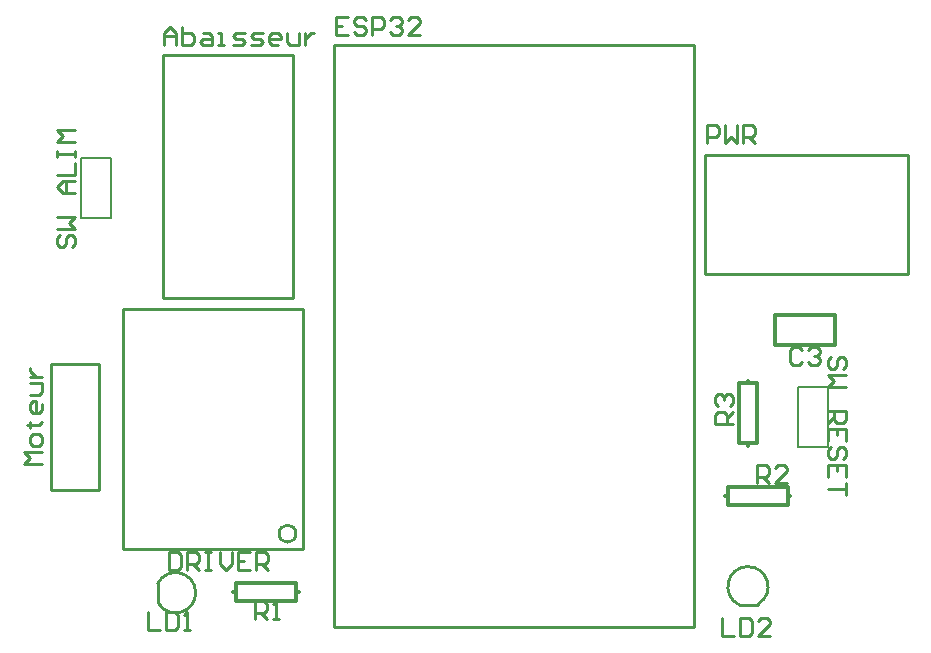
<source format=gto>
G04 Layer_Color=65535*
%FSLAX24Y24*%
%MOIN*%
G70*
G01*
G75*
%ADD20C,0.0100*%
%ADD21C,0.0120*%
%ADD22C,0.0098*%
%ADD23C,0.0079*%
G54D20*
X-9062Y13678D02*
G03*
X-9087Y14323I575J345D01*
G01*
X10937Y13648D02*
G03*
X10292Y13623I-345J575D01*
G01*
X-4472Y15991D02*
G03*
X-4472Y15991I-283J0D01*
G01*
X-9087Y13702D02*
Y14323D01*
Y13702D02*
Y14323D01*
Y13702D02*
Y14323D01*
Y13702D02*
Y14323D01*
X10292Y13623D02*
X10912D01*
X10292D02*
X10912D01*
X10292D02*
X10912D01*
X10292D02*
X10912D01*
X9172Y28621D02*
X15919D01*
Y24653D02*
Y28621D01*
X9172Y24653D02*
X15919D01*
X9172D02*
Y28621D01*
X10895Y17664D02*
Y18264D01*
X11195D01*
X11295Y18164D01*
Y17964D01*
X11195Y17864D01*
X10895D01*
X11095D02*
X11295Y17664D01*
X11895D02*
X11495D01*
X11895Y18064D01*
Y18164D01*
X11795Y18264D01*
X11595D01*
X11495Y18164D01*
X-12950Y18315D02*
X-13550D01*
X-13350Y18515D01*
X-13550Y18715D01*
X-12950D01*
Y19015D02*
Y19215D01*
X-13050Y19315D01*
X-13250D01*
X-13350Y19215D01*
Y19015D01*
X-13250Y18915D01*
X-13050D01*
X-12950Y19015D01*
X-13450Y19615D02*
X-13350D01*
Y19515D01*
Y19715D01*
Y19615D01*
X-13050D01*
X-12950Y19715D01*
Y20315D02*
Y20115D01*
X-13050Y20015D01*
X-13250D01*
X-13350Y20115D01*
Y20315D01*
X-13250Y20415D01*
X-13150D01*
Y20015D01*
X-13350Y20615D02*
X-13050D01*
X-12950Y20715D01*
Y21014D01*
X-13350D01*
Y21214D02*
X-12950D01*
X-13150D01*
X-13250Y21314D01*
X-13350Y21414D01*
Y21514D01*
X12409Y22097D02*
X12309Y22197D01*
X12109D01*
X12009Y22097D01*
Y21697D01*
X12109Y21597D01*
X12309D01*
X12409Y21697D01*
X12609Y22097D02*
X12709Y22197D01*
X12909D01*
X13009Y22097D01*
Y21997D01*
X12909Y21897D01*
X12809D01*
X12909D01*
X13009Y21797D01*
Y21697D01*
X12909Y21597D01*
X12709D01*
X12609Y21697D01*
X-9408Y13367D02*
Y12767D01*
X-9008D01*
X-8808Y13367D02*
Y12767D01*
X-8508D01*
X-8408Y12867D01*
Y13267D01*
X-8508Y13367D01*
X-8808D01*
X-8208Y12767D02*
X-8008D01*
X-8108D01*
Y13367D01*
X-8208Y13267D01*
X9726Y13182D02*
Y12582D01*
X10126D01*
X10326Y13182D02*
Y12582D01*
X10626D01*
X10726Y12682D01*
Y13082D01*
X10626Y13182D01*
X10326D01*
X11325Y12582D02*
X10925D01*
X11325Y12982D01*
Y13082D01*
X11225Y13182D01*
X11025D01*
X10925Y13082D01*
X-12341Y25938D02*
X-12441Y25838D01*
Y25638D01*
X-12341Y25538D01*
X-12241D01*
X-12141Y25638D01*
Y25838D01*
X-12041Y25938D01*
X-11941D01*
X-11841Y25838D01*
Y25638D01*
X-11941Y25538D01*
X-12441Y26138D02*
X-11841D01*
X-12041Y26338D01*
X-11841Y26538D01*
X-12441D01*
X-11841Y27338D02*
X-12241D01*
X-12441Y27538D01*
X-12241Y27738D01*
X-11841D01*
X-12141D01*
Y27338D01*
X-12441Y27938D02*
X-11841D01*
Y28338D01*
X-12441Y28537D02*
Y28737D01*
Y28637D01*
X-11841D01*
Y28537D01*
Y28737D01*
Y29037D02*
X-12441D01*
X-12241Y29237D01*
X-12441Y29437D01*
X-11841D01*
X13749Y21485D02*
X13849Y21585D01*
Y21785D01*
X13749Y21885D01*
X13649D01*
X13549Y21785D01*
Y21585D01*
X13449Y21485D01*
X13349D01*
X13249Y21585D01*
Y21785D01*
X13349Y21885D01*
X13849Y21285D02*
X13249D01*
X13449Y21085D01*
X13249Y20885D01*
X13849D01*
X13249Y20085D02*
X13849D01*
Y19786D01*
X13749Y19686D01*
X13549D01*
X13449Y19786D01*
Y20085D01*
Y19886D02*
X13249Y19686D01*
X13849Y19086D02*
Y19486D01*
X13249D01*
Y19086D01*
X13549Y19486D02*
Y19286D01*
X13749Y18486D02*
X13849Y18586D01*
Y18786D01*
X13749Y18886D01*
X13649D01*
X13549Y18786D01*
Y18586D01*
X13449Y18486D01*
X13349D01*
X13249Y18586D01*
Y18786D01*
X13349Y18886D01*
X13849Y17886D02*
Y18286D01*
X13249D01*
Y17886D01*
X13549Y18286D02*
Y18086D01*
X13849Y17686D02*
Y17286D01*
Y17486D01*
X13249D01*
X10108Y19633D02*
X9508D01*
Y19933D01*
X9608Y20033D01*
X9808D01*
X9908Y19933D01*
Y19633D01*
Y19833D02*
X10108Y20033D01*
X9608Y20233D02*
X9508Y20333D01*
Y20533D01*
X9608Y20633D01*
X9708D01*
X9808Y20533D01*
Y20433D01*
Y20533D01*
X9908Y20633D01*
X10008D01*
X10108Y20533D01*
Y20333D01*
X10008Y20233D01*
X-2748Y33223D02*
X-3148D01*
Y32623D01*
X-2748D01*
X-3148Y32923D02*
X-2948D01*
X-2148Y33123D02*
X-2248Y33223D01*
X-2448D01*
X-2548Y33123D01*
Y33023D01*
X-2448Y32923D01*
X-2248D01*
X-2148Y32823D01*
Y32723D01*
X-2248Y32623D01*
X-2448D01*
X-2548Y32723D01*
X-1948Y32623D02*
Y33223D01*
X-1648D01*
X-1548Y33123D01*
Y32923D01*
X-1648Y32823D01*
X-1948D01*
X-1348Y33123D02*
X-1248Y33223D01*
X-1048D01*
X-948Y33123D01*
Y33023D01*
X-1048Y32923D01*
X-1148D01*
X-1048D01*
X-948Y32823D01*
Y32723D01*
X-1048Y32623D01*
X-1248D01*
X-1348Y32723D01*
X-349Y32623D02*
X-748D01*
X-349Y33023D01*
Y33123D01*
X-449Y33223D01*
X-649D01*
X-748Y33123D01*
X-8699Y15386D02*
Y14786D01*
X-8399D01*
X-8299Y14886D01*
Y15286D01*
X-8399Y15386D01*
X-8699D01*
X-8100Y14786D02*
Y15386D01*
X-7800D01*
X-7700Y15286D01*
Y15086D01*
X-7800Y14986D01*
X-8100D01*
X-7900D02*
X-7700Y14786D01*
X-7500Y15386D02*
X-7300D01*
X-7400D01*
Y14786D01*
X-7500D01*
X-7300D01*
X-7000Y15386D02*
Y14986D01*
X-6800Y14786D01*
X-6600Y14986D01*
Y15386D01*
X-6000D02*
X-6400D01*
Y14786D01*
X-6000D01*
X-6400Y15086D02*
X-6200D01*
X-5800Y14786D02*
Y15386D01*
X-5500D01*
X-5400Y15286D01*
Y15086D01*
X-5500Y14986D01*
X-5800D01*
X-5600D02*
X-5400Y14786D01*
X-8858Y32283D02*
Y32683D01*
X-8658Y32883D01*
X-8458Y32683D01*
Y32283D01*
Y32583D01*
X-8858D01*
X-8258Y32883D02*
Y32283D01*
X-7958D01*
X-7858Y32383D01*
Y32483D01*
Y32583D01*
X-7958Y32683D01*
X-8258D01*
X-7558D02*
X-7358D01*
X-7258Y32583D01*
Y32283D01*
X-7558D01*
X-7658Y32383D01*
X-7558Y32483D01*
X-7258D01*
X-7058Y32283D02*
X-6858D01*
X-6958D01*
Y32683D01*
X-7058D01*
X-6558Y32283D02*
X-6259D01*
X-6159Y32383D01*
X-6259Y32483D01*
X-6458D01*
X-6558Y32583D01*
X-6458Y32683D01*
X-6159D01*
X-5959Y32283D02*
X-5659D01*
X-5559Y32383D01*
X-5659Y32483D01*
X-5859D01*
X-5959Y32583D01*
X-5859Y32683D01*
X-5559D01*
X-5059Y32283D02*
X-5259D01*
X-5359Y32383D01*
Y32583D01*
X-5259Y32683D01*
X-5059D01*
X-4959Y32583D01*
Y32483D01*
X-5359D01*
X-4759Y32683D02*
Y32383D01*
X-4659Y32283D01*
X-4359D01*
Y32683D01*
X-4159D02*
Y32283D01*
Y32483D01*
X-4059Y32583D01*
X-3959Y32683D01*
X-3859D01*
X-5837Y13137D02*
Y13737D01*
X-5537D01*
X-5437Y13637D01*
Y13437D01*
X-5537Y13337D01*
X-5837D01*
X-5637D02*
X-5437Y13137D01*
X-5237D02*
X-5037D01*
X-5137D01*
Y13737D01*
X-5237Y13637D01*
X9222Y29003D02*
Y29603D01*
X9522D01*
X9622Y29503D01*
Y29303D01*
X9522Y29203D01*
X9222D01*
X9822Y29603D02*
Y29003D01*
X10022Y29203D01*
X10222Y29003D01*
Y29603D01*
X10422Y29003D02*
Y29603D01*
X10722D01*
X10822Y29503D01*
Y29303D01*
X10722Y29203D01*
X10422D01*
X10622D02*
X10822Y29003D01*
G54D21*
X11919Y17251D02*
Y17551D01*
X9919D02*
X11919D01*
X9919Y16951D02*
Y17551D01*
Y16951D02*
X11919D01*
Y17251D01*
X9829D02*
X9919D01*
X11919D02*
X12009D01*
X11509Y23279D02*
X13509D01*
X11509Y22279D02*
Y23279D01*
Y22279D02*
X13509D01*
Y23279D01*
X10580Y19003D02*
X10880D01*
Y21003D01*
X10280D02*
X10880D01*
X10280Y19003D02*
Y21003D01*
Y19003D02*
X10580D01*
Y21003D02*
Y21093D01*
Y18913D02*
Y19003D01*
X-6467Y13743D02*
Y14043D01*
Y13743D02*
X-4467D01*
Y14343D01*
X-6467D02*
X-4467D01*
X-6467Y14043D02*
Y14343D01*
X-4467Y14043D02*
X-4377D01*
X-6557D02*
X-6467D01*
G54D22*
X-12641Y17458D02*
X-11041D01*
X-12641D02*
Y21658D01*
X-11041D01*
Y17458D02*
Y21658D01*
X-3195Y32279D02*
X8805D01*
Y12879D02*
Y32279D01*
X-3195Y12879D02*
X8805D01*
X-3195D02*
Y32279D01*
X-10254Y23491D02*
X-4254D01*
X-10254Y15491D02*
Y23491D01*
Y15491D02*
X-4254D01*
Y23491D01*
X-8908Y23849D02*
X-4577D01*
X-8908D02*
Y31936D01*
X-4577D01*
Y23849D02*
Y31936D01*
G54D23*
X-11652Y26499D02*
X-10652D01*
X-11652D02*
Y28499D01*
X-10652D01*
Y26499D02*
Y28499D01*
X12257Y18877D02*
X13257D01*
X12257D02*
Y20877D01*
X13257D01*
Y18877D02*
Y20877D01*
M02*

</source>
